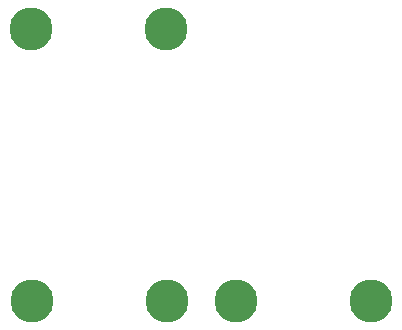
<source format=gbr>
%TF.GenerationSoftware,KiCad,Pcbnew,(7.0.0-0)*%
%TF.CreationDate,2023-02-23T13:52:58+03:00*%
%TF.ProjectId,KSS,4b53532e-6b69-4636-9164-5f7063625858,rev?*%
%TF.SameCoordinates,Original*%
%TF.FileFunction,Legend,Bot*%
%TF.FilePolarity,Positive*%
%FSLAX46Y46*%
G04 Gerber Fmt 4.6, Leading zero omitted, Abs format (unit mm)*
G04 Created by KiCad (PCBNEW (7.0.0-0)) date 2023-02-23 13:52:58*
%MOMM*%
%LPD*%
G01*
G04 APERTURE LIST*
%ADD10C,3.650000*%
G04 APERTURE END LIST*
D10*
%TO.C,J3*%
X127244500Y-102100000D03*
X138674500Y-102100000D03*
%TD*%
%TO.C,J1*%
X109972500Y-102100000D03*
X121402500Y-102100000D03*
%TD*%
%TO.C,J2*%
X121294500Y-79088600D03*
X109864500Y-79088600D03*
%TD*%
M02*

</source>
